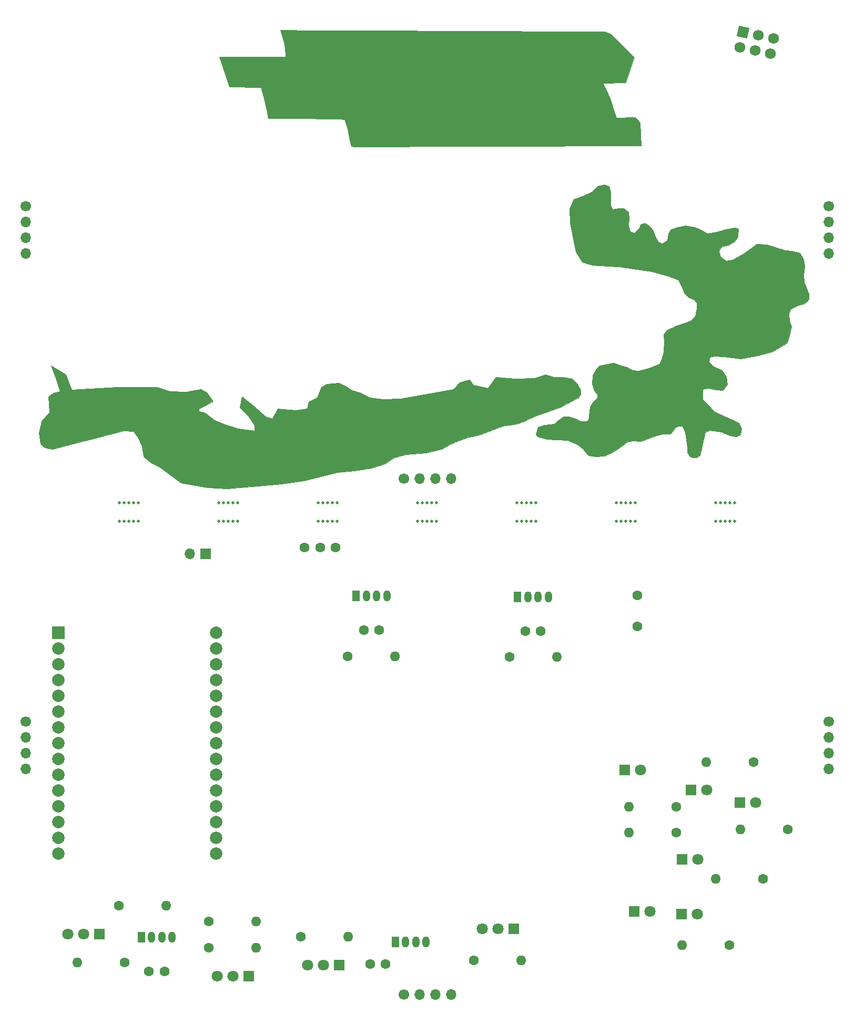
<source format=gbs>
G04 #@! TF.GenerationSoftware,KiCad,Pcbnew,(6.0.11)*
G04 #@! TF.CreationDate,2023-06-26T12:51:04-05:00*
G04 #@! TF.ProjectId,future_badge,66757475-7265-45f6-9261-6467652e6b69,2*
G04 #@! TF.SameCoordinates,Original*
G04 #@! TF.FileFunction,Soldermask,Bot*
G04 #@! TF.FilePolarity,Negative*
%FSLAX46Y46*%
G04 Gerber Fmt 4.6, Leading zero omitted, Abs format (unit mm)*
G04 Created by KiCad (PCBNEW (6.0.11)) date 2023-06-26 12:51:04*
%MOMM*%
%LPD*%
G01*
G04 APERTURE LIST*
G04 Aperture macros list*
%AMHorizOval*
0 Thick line with rounded ends*
0 $1 width*
0 $2 $3 position (X,Y) of the first rounded end (center of the circle)*
0 $4 $5 position (X,Y) of the second rounded end (center of the circle)*
0 Add line between two ends*
20,1,$1,$2,$3,$4,$5,0*
0 Add two circle primitives to create the rounded ends*
1,1,$1,$2,$3*
1,1,$1,$4,$5*%
%AMRotRect*
0 Rectangle, with rotation*
0 The origin of the aperture is its center*
0 $1 length*
0 $2 width*
0 $3 Rotation angle, in degrees counterclockwise*
0 Add horizontal line*
21,1,$1,$2,0,0,$3*%
G04 Aperture macros list end*
%ADD10C,0.100000*%
%ADD11C,1.600000*%
%ADD12R,1.800000X1.800000*%
%ADD13C,1.800000*%
%ADD14O,1.600000X1.600000*%
%ADD15R,1.700000X1.700000*%
%ADD16O,1.700000X1.700000*%
%ADD17C,1.700000*%
%ADD18RotRect,1.727200X1.727200X258.500000*%
%ADD19C,1.727200*%
%ADD20HorizOval,1.727200X0.000000X0.000000X0.000000X0.000000X0*%
%ADD21R,1.200000X1.800000*%
%ADD22O,1.200000X1.800000*%
%ADD23R,2.000000X2.000000*%
%ADD24C,2.000000*%
%ADD25C,0.500000*%
G04 APERTURE END LIST*
G36*
X69824000Y-21714000D02*
G01*
X74454000Y-21744000D01*
X78374000Y-21754000D01*
X85124000Y-21784000D01*
X87924000Y-21794000D01*
X94644000Y-21814000D01*
X99844000Y-21854000D01*
X107054000Y-21884000D01*
X111594000Y-21894000D01*
X116034000Y-21934000D01*
X116734000Y-21934000D01*
X117744000Y-22364000D01*
X121484000Y-26074000D01*
X120114000Y-30154000D01*
X116414000Y-30214000D01*
X116914000Y-31144000D01*
X117594000Y-32704000D01*
X118304000Y-34764000D01*
X118574000Y-35794000D01*
X121664000Y-35744000D01*
X122404000Y-36604000D01*
X122574000Y-40274000D01*
X120364000Y-40294000D01*
X114274000Y-40304000D01*
X106204000Y-40364000D01*
X94364000Y-40404000D01*
X76384000Y-40494000D01*
X75894000Y-40404000D01*
X75704000Y-39474000D01*
X75334000Y-37624000D01*
X74794000Y-36024000D01*
X73934000Y-36004000D01*
X66494000Y-35914000D01*
X62524000Y-35854000D01*
X62414000Y-34894000D01*
X61834000Y-32344000D01*
X61404000Y-30924000D01*
X56264000Y-30804000D01*
X54654000Y-25964000D01*
X65374000Y-25984000D01*
X65384000Y-25644000D01*
X65174000Y-23914000D01*
X64514000Y-21684000D01*
X69824000Y-21714000D01*
G37*
D10*
X69824000Y-21714000D02*
X74454000Y-21744000D01*
X78374000Y-21754000D01*
X85124000Y-21784000D01*
X87924000Y-21794000D01*
X94644000Y-21814000D01*
X99844000Y-21854000D01*
X107054000Y-21884000D01*
X111594000Y-21894000D01*
X116034000Y-21934000D01*
X116734000Y-21934000D01*
X117744000Y-22364000D01*
X121484000Y-26074000D01*
X120114000Y-30154000D01*
X116414000Y-30214000D01*
X116914000Y-31144000D01*
X117594000Y-32704000D01*
X118304000Y-34764000D01*
X118574000Y-35794000D01*
X121664000Y-35744000D01*
X122404000Y-36604000D01*
X122574000Y-40274000D01*
X120364000Y-40294000D01*
X114274000Y-40304000D01*
X106204000Y-40364000D01*
X94364000Y-40404000D01*
X76384000Y-40494000D01*
X75894000Y-40404000D01*
X75704000Y-39474000D01*
X75334000Y-37624000D01*
X74794000Y-36024000D01*
X73934000Y-36004000D01*
X66494000Y-35914000D01*
X62524000Y-35854000D01*
X62414000Y-34894000D01*
X61834000Y-32344000D01*
X61404000Y-30924000D01*
X56264000Y-30804000D01*
X54654000Y-25964000D01*
X65374000Y-25984000D01*
X65384000Y-25644000D01*
X65174000Y-23914000D01*
X64514000Y-21684000D01*
X69824000Y-21714000D01*
G36*
X117434000Y-46830000D02*
G01*
X117654000Y-47840000D01*
X117674000Y-49970000D01*
X118004000Y-50520000D01*
X119004000Y-50350000D01*
X119814000Y-50340000D01*
X120524000Y-50960000D01*
X120624000Y-52090000D01*
X120584000Y-53180000D01*
X120794000Y-54070000D01*
X121524000Y-54330000D01*
X122224000Y-53650000D01*
X122514000Y-52950000D01*
X123214000Y-52770000D01*
X123884000Y-53140000D01*
X124494000Y-53890000D01*
X124894000Y-54920000D01*
X125394000Y-55780000D01*
X126004000Y-56060000D01*
X126834000Y-55510000D01*
X126994000Y-54450000D01*
X127384000Y-53790000D01*
X128534000Y-53410000D01*
X129734000Y-53170000D01*
X131244000Y-53390000D01*
X132204000Y-53830000D01*
X133274000Y-54430000D01*
X134804000Y-54170000D01*
X136244000Y-53740000D01*
X137704000Y-53500000D01*
X138264000Y-53690000D01*
X138164000Y-54900000D01*
X137554000Y-55780000D01*
X136654000Y-56270000D01*
X135514000Y-56570000D01*
X135094000Y-57340000D01*
X135404000Y-58140000D01*
X136334000Y-58810000D01*
X137294000Y-58700000D01*
X139024000Y-57760000D01*
X140204000Y-56910000D01*
X141244000Y-56090000D01*
X142834000Y-56250000D01*
X145764000Y-57110000D01*
X146854000Y-57220000D01*
X148124000Y-57580000D01*
X148744000Y-58600000D01*
X148904000Y-59670000D01*
X148704000Y-61060000D01*
X148814000Y-62200000D01*
X149604000Y-64130000D01*
X149554000Y-65000000D01*
X149004000Y-65680000D01*
X147714000Y-66060000D01*
X146744000Y-66520000D01*
X146354000Y-67350000D01*
X146494000Y-68500000D01*
X146774000Y-69450000D01*
X146474000Y-70850000D01*
X146084000Y-72020000D01*
X143654000Y-73510000D01*
X141414000Y-74080000D01*
X138694000Y-74570000D01*
X135944000Y-74270000D01*
X134464000Y-74160000D01*
X133634000Y-74350000D01*
X133524000Y-75110000D01*
X134264000Y-75830000D01*
X135644000Y-76480000D01*
X136294000Y-77480000D01*
X136434000Y-78740000D01*
X135794000Y-79670000D01*
X134714000Y-79610000D01*
X133454000Y-79320000D01*
X132504000Y-79480000D01*
X132484000Y-81090000D01*
X134454000Y-83160000D01*
X138314000Y-84930000D01*
X138784000Y-85820000D01*
X138554000Y-86770000D01*
X137874000Y-87100000D01*
X136894000Y-86910000D01*
X135434000Y-86380000D01*
X133694000Y-86110000D01*
X132904000Y-86400000D01*
X132034000Y-90150000D01*
X131444000Y-90530000D01*
X130844000Y-90530000D01*
X130344000Y-90260000D01*
X130054000Y-89620000D01*
X129994000Y-88800000D01*
X129694000Y-86450000D01*
X129474000Y-85820000D01*
X129204000Y-85440000D01*
X128674000Y-85380000D01*
X128194000Y-85630000D01*
X127624000Y-86380000D01*
X127274000Y-86690000D01*
X126044000Y-86730000D01*
X125054000Y-86960000D01*
X122574000Y-87850000D01*
X121254000Y-87830000D01*
X120384000Y-87960000D01*
X119254000Y-88820000D01*
X117824000Y-89730000D01*
X116624000Y-90240000D01*
X115264000Y-90370000D01*
X114124000Y-90130000D01*
X113224000Y-89100000D01*
X112304000Y-88420000D01*
X110704000Y-87740000D01*
X107444000Y-87510000D01*
X105914000Y-87120000D01*
X105674000Y-86790000D01*
X105974000Y-85630000D01*
X107114000Y-85270000D01*
X108614000Y-85110000D01*
X109264000Y-84500000D01*
X110114000Y-83870000D01*
X110994000Y-83890000D01*
X111984000Y-84240000D01*
X112854000Y-84690000D01*
X113804000Y-84650000D01*
X114104000Y-84470000D01*
X114404000Y-82340000D01*
X114884000Y-81560000D01*
X115574000Y-80970000D01*
X115534000Y-80350000D01*
X115024000Y-79720000D01*
X114704000Y-78610000D01*
X114764000Y-77330000D01*
X115354000Y-76210000D01*
X115974000Y-75670000D01*
X118144000Y-75270000D01*
X119324000Y-75680000D01*
X120314000Y-75970000D01*
X121224000Y-76450000D01*
X122204000Y-76500000D01*
X123864000Y-76130000D01*
X125534000Y-75410000D01*
X125884000Y-74790000D01*
X126204000Y-73480000D01*
X126304000Y-71890000D01*
X126244000Y-70650000D01*
X126764000Y-70010000D01*
X128344000Y-69220000D01*
X129674000Y-68860000D01*
X130734000Y-68380000D01*
X131284000Y-67730000D01*
X131544000Y-66540000D01*
X131534000Y-65580000D01*
X131094000Y-65100000D01*
X130234000Y-64670000D01*
X129494000Y-63970000D01*
X129194000Y-63050000D01*
X128594000Y-61910000D01*
X126974000Y-61260000D01*
X124294000Y-60560000D01*
X119034000Y-59750000D01*
X117314000Y-59720000D01*
X114724000Y-59510000D01*
X113124000Y-59020000D01*
X112074000Y-57380000D01*
X111174000Y-52760000D01*
X111094000Y-50450000D01*
X111754000Y-48950000D01*
X113394000Y-48330000D01*
X114604000Y-47760000D01*
X115594000Y-46830000D01*
X116674000Y-46580000D01*
X117434000Y-46830000D01*
G37*
X117434000Y-46830000D02*
X117654000Y-47840000D01*
X117674000Y-49970000D01*
X118004000Y-50520000D01*
X119004000Y-50350000D01*
X119814000Y-50340000D01*
X120524000Y-50960000D01*
X120624000Y-52090000D01*
X120584000Y-53180000D01*
X120794000Y-54070000D01*
X121524000Y-54330000D01*
X122224000Y-53650000D01*
X122514000Y-52950000D01*
X123214000Y-52770000D01*
X123884000Y-53140000D01*
X124494000Y-53890000D01*
X124894000Y-54920000D01*
X125394000Y-55780000D01*
X126004000Y-56060000D01*
X126834000Y-55510000D01*
X126994000Y-54450000D01*
X127384000Y-53790000D01*
X128534000Y-53410000D01*
X129734000Y-53170000D01*
X131244000Y-53390000D01*
X132204000Y-53830000D01*
X133274000Y-54430000D01*
X134804000Y-54170000D01*
X136244000Y-53740000D01*
X137704000Y-53500000D01*
X138264000Y-53690000D01*
X138164000Y-54900000D01*
X137554000Y-55780000D01*
X136654000Y-56270000D01*
X135514000Y-56570000D01*
X135094000Y-57340000D01*
X135404000Y-58140000D01*
X136334000Y-58810000D01*
X137294000Y-58700000D01*
X139024000Y-57760000D01*
X140204000Y-56910000D01*
X141244000Y-56090000D01*
X142834000Y-56250000D01*
X145764000Y-57110000D01*
X146854000Y-57220000D01*
X148124000Y-57580000D01*
X148744000Y-58600000D01*
X148904000Y-59670000D01*
X148704000Y-61060000D01*
X148814000Y-62200000D01*
X149604000Y-64130000D01*
X149554000Y-65000000D01*
X149004000Y-65680000D01*
X147714000Y-66060000D01*
X146744000Y-66520000D01*
X146354000Y-67350000D01*
X146494000Y-68500000D01*
X146774000Y-69450000D01*
X146474000Y-70850000D01*
X146084000Y-72020000D01*
X143654000Y-73510000D01*
X141414000Y-74080000D01*
X138694000Y-74570000D01*
X135944000Y-74270000D01*
X134464000Y-74160000D01*
X133634000Y-74350000D01*
X133524000Y-75110000D01*
X134264000Y-75830000D01*
X135644000Y-76480000D01*
X136294000Y-77480000D01*
X136434000Y-78740000D01*
X135794000Y-79670000D01*
X134714000Y-79610000D01*
X133454000Y-79320000D01*
X132504000Y-79480000D01*
X132484000Y-81090000D01*
X134454000Y-83160000D01*
X138314000Y-84930000D01*
X138784000Y-85820000D01*
X138554000Y-86770000D01*
X137874000Y-87100000D01*
X136894000Y-86910000D01*
X135434000Y-86380000D01*
X133694000Y-86110000D01*
X132904000Y-86400000D01*
X132034000Y-90150000D01*
X131444000Y-90530000D01*
X130844000Y-90530000D01*
X130344000Y-90260000D01*
X130054000Y-89620000D01*
X129994000Y-88800000D01*
X129694000Y-86450000D01*
X129474000Y-85820000D01*
X129204000Y-85440000D01*
X128674000Y-85380000D01*
X128194000Y-85630000D01*
X127624000Y-86380000D01*
X127274000Y-86690000D01*
X126044000Y-86730000D01*
X125054000Y-86960000D01*
X122574000Y-87850000D01*
X121254000Y-87830000D01*
X120384000Y-87960000D01*
X119254000Y-88820000D01*
X117824000Y-89730000D01*
X116624000Y-90240000D01*
X115264000Y-90370000D01*
X114124000Y-90130000D01*
X113224000Y-89100000D01*
X112304000Y-88420000D01*
X110704000Y-87740000D01*
X107444000Y-87510000D01*
X105914000Y-87120000D01*
X105674000Y-86790000D01*
X105974000Y-85630000D01*
X107114000Y-85270000D01*
X108614000Y-85110000D01*
X109264000Y-84500000D01*
X110114000Y-83870000D01*
X110994000Y-83890000D01*
X111984000Y-84240000D01*
X112854000Y-84690000D01*
X113804000Y-84650000D01*
X114104000Y-84470000D01*
X114404000Y-82340000D01*
X114884000Y-81560000D01*
X115574000Y-80970000D01*
X115534000Y-80350000D01*
X115024000Y-79720000D01*
X114704000Y-78610000D01*
X114764000Y-77330000D01*
X115354000Y-76210000D01*
X115974000Y-75670000D01*
X118144000Y-75270000D01*
X119324000Y-75680000D01*
X120314000Y-75970000D01*
X121224000Y-76450000D01*
X122204000Y-76500000D01*
X123864000Y-76130000D01*
X125534000Y-75410000D01*
X125884000Y-74790000D01*
X126204000Y-73480000D01*
X126304000Y-71890000D01*
X126244000Y-70650000D01*
X126764000Y-70010000D01*
X128344000Y-69220000D01*
X129674000Y-68860000D01*
X130734000Y-68380000D01*
X131284000Y-67730000D01*
X131544000Y-66540000D01*
X131534000Y-65580000D01*
X131094000Y-65100000D01*
X130234000Y-64670000D01*
X129494000Y-63970000D01*
X129194000Y-63050000D01*
X128594000Y-61910000D01*
X126974000Y-61260000D01*
X124294000Y-60560000D01*
X119034000Y-59750000D01*
X117314000Y-59720000D01*
X114724000Y-59510000D01*
X113124000Y-59020000D01*
X112074000Y-57380000D01*
X111174000Y-52760000D01*
X111094000Y-50450000D01*
X111754000Y-48950000D01*
X113394000Y-48330000D01*
X114604000Y-47760000D01*
X115594000Y-46830000D01*
X116674000Y-46580000D01*
X117434000Y-46830000D01*
G36*
X29942000Y-77084000D02*
G01*
X30892000Y-79564000D01*
X38352000Y-79194000D01*
X44672000Y-79144000D01*
X46692000Y-79794000D01*
X49322000Y-79874000D01*
X51712000Y-79494000D01*
X52682000Y-79964000D01*
X53642000Y-81414000D01*
X52592000Y-82004000D01*
X51362000Y-82594000D01*
X51372000Y-83064000D01*
X52402000Y-83274000D01*
X53892000Y-84454000D01*
X55592000Y-85204000D01*
X57722000Y-85844000D01*
X60332000Y-86214000D01*
X60362000Y-85294000D01*
X59302000Y-83824000D01*
X57972000Y-82434000D01*
X58322000Y-80714000D01*
X59962000Y-81964000D01*
X62112000Y-83914000D01*
X63202000Y-84244000D01*
X64082000Y-82654000D01*
X66972000Y-82844000D01*
X68782000Y-82594000D01*
X69092000Y-81484000D01*
X70412000Y-80824000D01*
X71092000Y-79144000D01*
X72072000Y-78634000D01*
X73862000Y-78504000D01*
X75012000Y-78954000D01*
X76052000Y-79654000D01*
X77472000Y-80114000D01*
X78912000Y-80874000D01*
X81052000Y-81114000D01*
X83912000Y-80994000D01*
X92412000Y-79524000D01*
X93382000Y-78424000D01*
X94982000Y-77994000D01*
X95602000Y-78844000D01*
X97942000Y-79294000D01*
X99202000Y-77514000D01*
X102362000Y-77804000D01*
X105452000Y-77704000D01*
X107202000Y-77104000D01*
X108552000Y-77524000D01*
X110092000Y-77514000D01*
X111512000Y-77834000D01*
X112222000Y-78574000D01*
X112612000Y-79134000D01*
X112822000Y-79654000D01*
X112882000Y-80284000D01*
X112472000Y-80834000D01*
X110932000Y-81664000D01*
X109592000Y-82334000D01*
X107802000Y-83064000D01*
X105762000Y-83694000D01*
X103942000Y-84604000D01*
X102632000Y-85094000D01*
X100292000Y-85454000D01*
X97852000Y-86344000D01*
X96502000Y-86874000D01*
X94572000Y-87284000D01*
X92502000Y-88014000D01*
X90372000Y-89164000D01*
X87922000Y-89724000D01*
X84732000Y-90004000D01*
X82882000Y-90514000D01*
X81312000Y-91484000D01*
X79142000Y-92184000D01*
X76432000Y-92574000D01*
X73642000Y-92864000D01*
X68242000Y-94224000D01*
X64782000Y-94754000D01*
X55942000Y-95484000D01*
X52782000Y-95324000D01*
X48512000Y-94534000D01*
X45162000Y-92104000D01*
X43602000Y-91234000D01*
X42522000Y-90304000D01*
X42272000Y-88744000D01*
X41682000Y-87384000D01*
X40862000Y-86284000D01*
X39302000Y-86214000D01*
X35002000Y-87294000D01*
X32992000Y-87764000D01*
X30002000Y-88564000D01*
X27822000Y-89144000D01*
X26932000Y-89014000D01*
X26362000Y-88764000D01*
X25862000Y-88314000D01*
X25662000Y-86524000D01*
X26052000Y-84674000D01*
X27322000Y-83224000D01*
X27122000Y-80714000D01*
X28042000Y-80054000D01*
X29042000Y-79794000D01*
X28382000Y-77704000D01*
X27622000Y-75664000D01*
X29942000Y-77084000D01*
G37*
X29942000Y-77084000D02*
X30892000Y-79564000D01*
X38352000Y-79194000D01*
X44672000Y-79144000D01*
X46692000Y-79794000D01*
X49322000Y-79874000D01*
X51712000Y-79494000D01*
X52682000Y-79964000D01*
X53642000Y-81414000D01*
X52592000Y-82004000D01*
X51362000Y-82594000D01*
X51372000Y-83064000D01*
X52402000Y-83274000D01*
X53892000Y-84454000D01*
X55592000Y-85204000D01*
X57722000Y-85844000D01*
X60332000Y-86214000D01*
X60362000Y-85294000D01*
X59302000Y-83824000D01*
X57972000Y-82434000D01*
X58322000Y-80714000D01*
X59962000Y-81964000D01*
X62112000Y-83914000D01*
X63202000Y-84244000D01*
X64082000Y-82654000D01*
X66972000Y-82844000D01*
X68782000Y-82594000D01*
X69092000Y-81484000D01*
X70412000Y-80824000D01*
X71092000Y-79144000D01*
X72072000Y-78634000D01*
X73862000Y-78504000D01*
X75012000Y-78954000D01*
X76052000Y-79654000D01*
X77472000Y-80114000D01*
X78912000Y-80874000D01*
X81052000Y-81114000D01*
X83912000Y-80994000D01*
X92412000Y-79524000D01*
X93382000Y-78424000D01*
X94982000Y-77994000D01*
X95602000Y-78844000D01*
X97942000Y-79294000D01*
X99202000Y-77514000D01*
X102362000Y-77804000D01*
X105452000Y-77704000D01*
X107202000Y-77104000D01*
X108552000Y-77524000D01*
X110092000Y-77514000D01*
X111512000Y-77834000D01*
X112222000Y-78574000D01*
X112612000Y-79134000D01*
X112822000Y-79654000D01*
X112882000Y-80284000D01*
X112472000Y-80834000D01*
X110932000Y-81664000D01*
X109592000Y-82334000D01*
X107802000Y-83064000D01*
X105762000Y-83694000D01*
X103942000Y-84604000D01*
X102632000Y-85094000D01*
X100292000Y-85454000D01*
X97852000Y-86344000D01*
X96502000Y-86874000D01*
X94572000Y-87284000D01*
X92502000Y-88014000D01*
X90372000Y-89164000D01*
X87922000Y-89724000D01*
X84732000Y-90004000D01*
X82882000Y-90514000D01*
X81312000Y-91484000D01*
X79142000Y-92184000D01*
X76432000Y-92574000D01*
X73642000Y-92864000D01*
X68242000Y-94224000D01*
X64782000Y-94754000D01*
X55942000Y-95484000D01*
X52782000Y-95324000D01*
X48512000Y-94534000D01*
X45162000Y-92104000D01*
X43602000Y-91234000D01*
X42522000Y-90304000D01*
X42272000Y-88744000D01*
X41682000Y-87384000D01*
X40862000Y-86284000D01*
X39302000Y-86214000D01*
X35002000Y-87294000D01*
X32992000Y-87764000D01*
X30002000Y-88564000D01*
X27822000Y-89144000D01*
X26932000Y-89014000D01*
X26362000Y-88764000D01*
X25862000Y-88314000D01*
X25662000Y-86524000D01*
X26052000Y-84674000D01*
X27322000Y-83224000D01*
X27122000Y-80714000D01*
X28042000Y-80054000D01*
X29042000Y-79794000D01*
X28382000Y-77704000D01*
X27622000Y-75664000D01*
X29942000Y-77084000D01*
D11*
X43350000Y-173200000D03*
X45850000Y-173200000D03*
D12*
X129150000Y-155200000D03*
D13*
X131690000Y-155200000D03*
D11*
X38475000Y-162600000D03*
D14*
X46095000Y-162600000D03*
D11*
X77950000Y-118300000D03*
X80450000Y-118300000D03*
D15*
X52500000Y-106000000D03*
D16*
X49960000Y-106000000D03*
D17*
X23500000Y-50000000D03*
D16*
X23500000Y-52540000D03*
X23500000Y-55080000D03*
X23500000Y-57620000D03*
D12*
X74000000Y-172200000D03*
D13*
X71460000Y-172200000D03*
X68920000Y-172200000D03*
D11*
X136775000Y-168950000D03*
D14*
X129155000Y-168950000D03*
D12*
X121455000Y-163600000D03*
D13*
X123995000Y-163600000D03*
D11*
X128250000Y-146700000D03*
D14*
X120630000Y-146700000D03*
D18*
X138968997Y-21980662D03*
D19*
X138462602Y-24469670D03*
D20*
X141458005Y-22487056D03*
X140951611Y-24976065D03*
D19*
X143947014Y-22993451D03*
X143440620Y-25482459D03*
D11*
X95675000Y-171400000D03*
D14*
X103295000Y-171400000D03*
D11*
X128250000Y-150900000D03*
D14*
X120630000Y-150900000D03*
D11*
X39425000Y-171800000D03*
D14*
X31805000Y-171800000D03*
D11*
X140725000Y-139550000D03*
D14*
X133105000Y-139550000D03*
D11*
X52975000Y-169400000D03*
D14*
X60595000Y-169400000D03*
D11*
X67775000Y-167600000D03*
D14*
X75395000Y-167600000D03*
D21*
X83010000Y-168490000D03*
D22*
X84660000Y-168490000D03*
X86310000Y-168490000D03*
X87960000Y-168490000D03*
D11*
X75375000Y-122500000D03*
D14*
X82995000Y-122500000D03*
D11*
X122000000Y-112700000D03*
X122000000Y-117700000D03*
X52975000Y-165200000D03*
D14*
X60595000Y-165200000D03*
D21*
X42145000Y-167700000D03*
D22*
X43795000Y-167700000D03*
X45445000Y-167700000D03*
X47095000Y-167700000D03*
D12*
X35400000Y-167200000D03*
D13*
X32860000Y-167200000D03*
X30320000Y-167200000D03*
D23*
X28802500Y-118712500D03*
D24*
X28802500Y-121252500D03*
X28802500Y-123792500D03*
X28802500Y-126332500D03*
X28802500Y-128872500D03*
X28802500Y-131412500D03*
X28802500Y-133952500D03*
X28802500Y-136492500D03*
X28802500Y-139032500D03*
X28802500Y-141572500D03*
X28802500Y-144112500D03*
X28802500Y-146652500D03*
X28802500Y-149192500D03*
X28802500Y-151732500D03*
X28802500Y-154272500D03*
X54202500Y-154272500D03*
X54202500Y-151732500D03*
X54202500Y-149192500D03*
X54202500Y-146652500D03*
X54202500Y-144112500D03*
X54202500Y-141572500D03*
X54202500Y-139032500D03*
X54202500Y-136492500D03*
X54202500Y-133952500D03*
X54202500Y-131412500D03*
X54202500Y-128872500D03*
X54202500Y-126332500D03*
X54202500Y-123792500D03*
X54202500Y-121252500D03*
X54202500Y-118712500D03*
D11*
X78950000Y-172000000D03*
X81450000Y-172000000D03*
X101400000Y-122600000D03*
D14*
X109020000Y-122600000D03*
D12*
X138525000Y-146000000D03*
D13*
X141065000Y-146000000D03*
D25*
X86626000Y-100746000D03*
X134646000Y-97746000D03*
X87376000Y-100746000D03*
X40888000Y-97746000D03*
X136908000Y-100746000D03*
X89662000Y-100746000D03*
X104898000Y-97746000D03*
X56888000Y-100746000D03*
X136908000Y-97746000D03*
X119398000Y-97746000D03*
X121672000Y-97746000D03*
X105672000Y-97746000D03*
X89662000Y-97746000D03*
X39376000Y-100746000D03*
X57662000Y-100746000D03*
X121672000Y-100746000D03*
X70626000Y-100746000D03*
X39388000Y-97746000D03*
X136158000Y-100746000D03*
X72138000Y-100746000D03*
X72888000Y-100746000D03*
X86626000Y-97746000D03*
X103386000Y-100746000D03*
X104148000Y-97746000D03*
X40138000Y-100746000D03*
X134646000Y-100746000D03*
X38626000Y-100746000D03*
X55388000Y-97746000D03*
X119386000Y-100746000D03*
X41662000Y-100746000D03*
X72138000Y-97746000D03*
X38626000Y-97746000D03*
X40138000Y-97746000D03*
X120148000Y-97746000D03*
X88138000Y-100746000D03*
X118636000Y-97746000D03*
X73662000Y-100746000D03*
X104148000Y-100746000D03*
X88888000Y-100746000D03*
X56888000Y-97746000D03*
X120898000Y-97746000D03*
X137682000Y-100746000D03*
X88888000Y-97746000D03*
X56138000Y-97746000D03*
X71388000Y-97746000D03*
X54626000Y-97746000D03*
X135408000Y-97746000D03*
X57662000Y-97746000D03*
X73662000Y-97746000D03*
X70626000Y-97746000D03*
X104898000Y-100746000D03*
X54626000Y-100746000D03*
X103398000Y-97746000D03*
X136158000Y-97746000D03*
X41662000Y-97746000D03*
X120148000Y-100746000D03*
X56138000Y-100746000D03*
X118636000Y-100746000D03*
X102636000Y-100746000D03*
X120898000Y-100746000D03*
X55376000Y-100746000D03*
X88138000Y-97746000D03*
X87388000Y-97746000D03*
X105672000Y-100746000D03*
X71376000Y-100746000D03*
X137682000Y-97746000D03*
X72888000Y-97746000D03*
X40888000Y-100746000D03*
X135396000Y-100746000D03*
X102636000Y-97746000D03*
D12*
X59400000Y-174000000D03*
D13*
X56860000Y-174000000D03*
X54320000Y-174000000D03*
D12*
X129125000Y-164000000D03*
D13*
X131665000Y-164000000D03*
D12*
X119925000Y-140800000D03*
D13*
X122465000Y-140800000D03*
D11*
X142225000Y-158350000D03*
D14*
X134605000Y-158350000D03*
D12*
X102080000Y-166400000D03*
D13*
X99540000Y-166400000D03*
X97000000Y-166400000D03*
D11*
X68400000Y-105000000D03*
X70900000Y-105000000D03*
X73400000Y-105000000D03*
D17*
X152800000Y-50000000D03*
D16*
X152800000Y-52540000D03*
X152800000Y-55080000D03*
X152800000Y-57620000D03*
D11*
X103950000Y-118400000D03*
X106450000Y-118400000D03*
D17*
X84360000Y-93910000D03*
D16*
X86900000Y-93910000D03*
X89440000Y-93910000D03*
X91980000Y-93910000D03*
D11*
X146175000Y-150400000D03*
D14*
X138555000Y-150400000D03*
D21*
X76715000Y-112800000D03*
D22*
X78365000Y-112800000D03*
X80015000Y-112800000D03*
X81665000Y-112800000D03*
D12*
X130595000Y-144000000D03*
D13*
X133135000Y-144000000D03*
D21*
X102720000Y-112900000D03*
D22*
X104370000Y-112900000D03*
X106020000Y-112900000D03*
X107670000Y-112900000D03*
D17*
X152800000Y-133000000D03*
D16*
X152800000Y-135540000D03*
X152800000Y-138080000D03*
X152800000Y-140620000D03*
D17*
X23500000Y-133000000D03*
D16*
X23500000Y-135540000D03*
X23500000Y-138080000D03*
X23500000Y-140620000D03*
D17*
X84360000Y-176910000D03*
D16*
X86900000Y-176910000D03*
X89440000Y-176910000D03*
X91980000Y-176910000D03*
M02*

</source>
